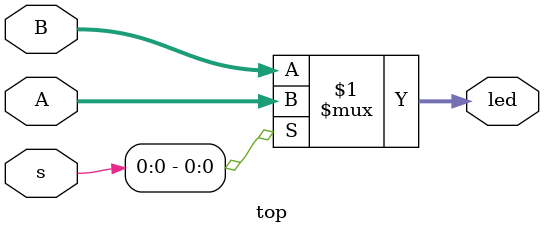
<source format=v>
module top (
    input [3:0] A,
    input [3:0] B,
    input  [1:0]s,
    output [3:0] led
);

assign led = s[0] ? A : B;

endmodule

</source>
